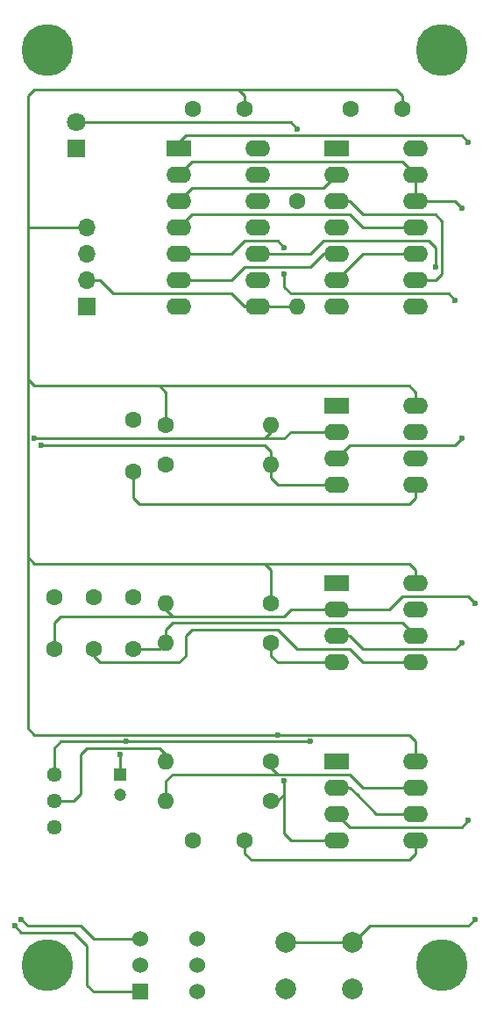
<source format=gtl>
%TF.GenerationSoftware,KiCad,Pcbnew,(5.1.8)-1*%
%TF.CreationDate,2021-11-30T19:51:55+01:00*%
%TF.ProjectId,BE6502 Clock,42453635-3032-4204-936c-6f636b2e6b69,rev?*%
%TF.SameCoordinates,Original*%
%TF.FileFunction,Copper,L1,Top*%
%TF.FilePolarity,Positive*%
%FSLAX46Y46*%
G04 Gerber Fmt 4.6, Leading zero omitted, Abs format (unit mm)*
G04 Created by KiCad (PCBNEW (5.1.8)-1) date 2021-11-30 19:51:55*
%MOMM*%
%LPD*%
G01*
G04 APERTURE LIST*
%TA.AperFunction,ComponentPad*%
%ADD10C,5.000000*%
%TD*%
%TA.AperFunction,ComponentPad*%
%ADD11C,1.600000*%
%TD*%
%TA.AperFunction,ComponentPad*%
%ADD12O,1.600000X1.600000*%
%TD*%
%TA.AperFunction,ComponentPad*%
%ADD13R,1.800000X1.800000*%
%TD*%
%TA.AperFunction,ComponentPad*%
%ADD14C,1.800000*%
%TD*%
%TA.AperFunction,ComponentPad*%
%ADD15C,1.440000*%
%TD*%
%TA.AperFunction,ComponentPad*%
%ADD16C,2.000000*%
%TD*%
%TA.AperFunction,ComponentPad*%
%ADD17R,2.400000X1.600000*%
%TD*%
%TA.AperFunction,ComponentPad*%
%ADD18O,2.400000X1.600000*%
%TD*%
%TA.AperFunction,ComponentPad*%
%ADD19R,1.200000X1.200000*%
%TD*%
%TA.AperFunction,ComponentPad*%
%ADD20C,1.200000*%
%TD*%
%TA.AperFunction,ComponentPad*%
%ADD21R,1.700000X1.700000*%
%TD*%
%TA.AperFunction,ComponentPad*%
%ADD22O,1.700000X1.700000*%
%TD*%
%TA.AperFunction,ComponentPad*%
%ADD23C,1.524000*%
%TD*%
%TA.AperFunction,ComponentPad*%
%ADD24R,1.524000X1.524000*%
%TD*%
%TA.AperFunction,ViaPad*%
%ADD25C,0.600000*%
%TD*%
%TA.AperFunction,Conductor*%
%ADD26C,0.250000*%
%TD*%
G04 APERTURE END LIST*
D10*
%TO.P,M1,1*%
%TO.N,N/C*%
X167005000Y-149225000D03*
%TD*%
%TO.P,M2,1*%
%TO.N,N/C*%
X128905000Y-149225000D03*
%TD*%
%TO.P,M3,1*%
%TO.N,N/C*%
X128905000Y-60960000D03*
%TD*%
%TO.P,M4,1*%
%TO.N,N/C*%
X167005000Y-60960000D03*
%TD*%
D11*
%TO.P,C1,1*%
%TO.N,Net-(C1-Pad1)*%
X137160000Y-101600000D03*
%TO.P,C1,2*%
%TO.N,GND*%
X137160000Y-96600000D03*
%TD*%
%TO.P,C2,1*%
%TO.N,Net-(C2-Pad1)*%
X133350000Y-118745000D03*
%TO.P,C2,2*%
%TO.N,GND*%
X133350000Y-113745000D03*
%TD*%
%TO.P,C3,1*%
%TO.N,Net-(C3-Pad1)*%
X137160000Y-118745000D03*
%TO.P,C3,2*%
%TO.N,GND*%
X137160000Y-113745000D03*
%TD*%
%TO.P,C4,1*%
%TO.N,VCC*%
X147955000Y-66675000D03*
%TO.P,C4,2*%
%TO.N,GND*%
X142955000Y-66675000D03*
%TD*%
%TO.P,C5,1*%
%TO.N,Net-(C5-Pad1)*%
X147955000Y-137160000D03*
%TO.P,C5,2*%
%TO.N,GND*%
X142955000Y-137160000D03*
%TD*%
%TO.P,R1,1*%
%TO.N,VCC*%
X150495000Y-133350000D03*
D12*
%TO.P,R1,2*%
%TO.N,Net-(R1-Pad2)*%
X140335000Y-133350000D03*
%TD*%
D11*
%TO.P,R2,1*%
%TO.N,Net-(R1-Pad2)*%
X150495000Y-129540000D03*
D12*
%TO.P,R2,2*%
%TO.N,Net-(R2-Pad2)*%
X140335000Y-129540000D03*
%TD*%
D11*
%TO.P,R3,1*%
%TO.N,VCC*%
X150495000Y-114300000D03*
D12*
%TO.P,R3,2*%
%TO.N,Net-(C8-Pad1)*%
X140335000Y-114300000D03*
%TD*%
D11*
%TO.P,R6,1*%
%TO.N,VCC*%
X140335000Y-100965000D03*
D12*
%TO.P,R6,2*%
%TO.N,Net-(R6-Pad2)*%
X150495000Y-100965000D03*
%TD*%
D11*
%TO.P,R7,1*%
%TO.N,Net-(D1-Pad2)*%
X153035000Y-75565000D03*
D12*
%TO.P,R7,2*%
%TO.N,CLOCK_OUT*%
X153035000Y-85725000D03*
%TD*%
D13*
%TO.P,D1,1*%
%TO.N,GND*%
X131699000Y-70485000D03*
D14*
%TO.P,D1,2*%
%TO.N,Net-(D1-Pad2)*%
X131699000Y-67945000D03*
%TD*%
D11*
%TO.P,R4,1*%
%TO.N,VCC*%
X150495000Y-118110000D03*
D12*
%TO.P,R4,2*%
%TO.N,Net-(C3-Pad1)*%
X140335000Y-118110000D03*
%TD*%
D11*
%TO.P,R5,1*%
%TO.N,VCC*%
X140335000Y-97155000D03*
D12*
%TO.P,R5,2*%
%TO.N,Net-(R5-Pad2)*%
X150495000Y-97155000D03*
%TD*%
D15*
%TO.P,RV1,1*%
%TO.N,Net-(C6-Pad1)*%
X129540000Y-130810000D03*
%TO.P,RV1,2*%
%TO.N,Net-(R2-Pad2)*%
X129540000Y-133350000D03*
%TO.P,RV1,3*%
%TO.N,N/C*%
X129540000Y-135890000D03*
%TD*%
D16*
%TO.P,SW1,2*%
%TO.N,Net-(C8-Pad1)*%
X158369000Y-147011000D03*
%TO.P,SW1,1*%
%TO.N,GND*%
X158369000Y-151511000D03*
%TO.P,SW1,2*%
%TO.N,Net-(C8-Pad1)*%
X151869000Y-147011000D03*
%TO.P,SW1,1*%
%TO.N,GND*%
X151869000Y-151511000D03*
%TD*%
D17*
%TO.P,U5,1*%
%TO.N,Net-(U1-Pad3)*%
X141605000Y-70485000D03*
D18*
%TO.P,U5,8*%
%TO.N,CLOCK_OUT*%
X149225000Y-85725000D03*
%TO.P,U5,2*%
%TO.N,Net-(U3-Pad3)*%
X141605000Y-73025000D03*
%TO.P,U5,9*%
%TO.N,VCC*%
X149225000Y-83185000D03*
%TO.P,U5,3*%
%TO.N,Net-(U4-Pad1)*%
X141605000Y-75565000D03*
%TO.P,U5,10*%
%TO.N,Net-(U4-Pad8)*%
X149225000Y-80645000D03*
%TO.P,U5,4*%
%TO.N,Net-(U4-Pad11)*%
X141605000Y-78105000D03*
%TO.P,U5,11*%
%TO.N,N/C*%
X149225000Y-78105000D03*
%TO.P,U5,5*%
%TO.N,Net-(U2-Pad3)*%
X141605000Y-80645000D03*
%TO.P,U5,12*%
%TO.N,GND*%
X149225000Y-75565000D03*
%TO.P,U5,6*%
%TO.N,Net-(U4-Pad4)*%
X141605000Y-83185000D03*
%TO.P,U5,13*%
%TO.N,GND*%
X149225000Y-73025000D03*
%TO.P,U5,7*%
X141605000Y-85725000D03*
%TO.P,U5,14*%
%TO.N,VCC*%
X149225000Y-70485000D03*
%TD*%
D19*
%TO.P,C6,1*%
%TO.N,Net-(C6-Pad1)*%
X135890000Y-130810000D03*
D20*
%TO.P,C6,2*%
%TO.N,GND*%
X135890000Y-132810000D03*
%TD*%
D11*
%TO.P,C7,1*%
%TO.N,VCC*%
X163195000Y-66675000D03*
%TO.P,C7,2*%
%TO.N,GND*%
X158195000Y-66675000D03*
%TD*%
D21*
%TO.P,J1,1*%
%TO.N,GND*%
X132715000Y-85725000D03*
D22*
%TO.P,J1,2*%
%TO.N,CLOCK_OUT*%
X132715000Y-83185000D03*
%TO.P,J1,3*%
%TO.N,N/C*%
X132715000Y-80645000D03*
%TO.P,J1,4*%
%TO.N,VCC*%
X132715000Y-78105000D03*
%TD*%
D17*
%TO.P,U1,1*%
%TO.N,GND*%
X156845000Y-129540000D03*
D18*
%TO.P,U1,5*%
%TO.N,Net-(C5-Pad1)*%
X164465000Y-137160000D03*
%TO.P,U1,2*%
%TO.N,Net-(C6-Pad1)*%
X156845000Y-132080000D03*
%TO.P,U1,6*%
X164465000Y-134620000D03*
%TO.P,U1,3*%
%TO.N,Net-(U1-Pad3)*%
X156845000Y-134620000D03*
%TO.P,U1,7*%
%TO.N,Net-(R1-Pad2)*%
X164465000Y-132080000D03*
%TO.P,U1,4*%
%TO.N,VCC*%
X156845000Y-137160000D03*
%TO.P,U1,8*%
X164465000Y-129540000D03*
%TD*%
D17*
%TO.P,U2,1*%
%TO.N,GND*%
X156845000Y-112395000D03*
D18*
%TO.P,U2,5*%
%TO.N,Net-(C2-Pad1)*%
X164465000Y-120015000D03*
%TO.P,U2,2*%
%TO.N,Net-(C8-Pad1)*%
X156845000Y-114935000D03*
%TO.P,U2,6*%
%TO.N,Net-(C3-Pad1)*%
X164465000Y-117475000D03*
%TO.P,U2,3*%
%TO.N,Net-(U2-Pad3)*%
X156845000Y-117475000D03*
%TO.P,U2,7*%
%TO.N,Net-(C3-Pad1)*%
X164465000Y-114935000D03*
%TO.P,U2,4*%
%TO.N,VCC*%
X156845000Y-120015000D03*
%TO.P,U2,8*%
X164465000Y-112395000D03*
%TD*%
D17*
%TO.P,U3,1*%
%TO.N,GND*%
X156845000Y-95250000D03*
D18*
%TO.P,U3,5*%
%TO.N,Net-(C1-Pad1)*%
X164465000Y-102870000D03*
%TO.P,U3,2*%
%TO.N,Net-(R5-Pad2)*%
X156845000Y-97790000D03*
%TO.P,U3,6*%
%TO.N,GND*%
X164465000Y-100330000D03*
%TO.P,U3,3*%
%TO.N,Net-(U3-Pad3)*%
X156845000Y-100330000D03*
%TO.P,U3,7*%
%TO.N,N/C*%
X164465000Y-97790000D03*
%TO.P,U3,4*%
%TO.N,Net-(R6-Pad2)*%
X156845000Y-102870000D03*
%TO.P,U3,8*%
%TO.N,VCC*%
X164465000Y-95250000D03*
%TD*%
D17*
%TO.P,U4,1*%
%TO.N,Net-(U4-Pad1)*%
X156845000Y-70485000D03*
D18*
%TO.P,U4,8*%
%TO.N,Net-(U4-Pad8)*%
X164465000Y-85725000D03*
%TO.P,U4,2*%
%TO.N,Net-(U4-Pad1)*%
X156845000Y-73025000D03*
%TO.P,U4,9*%
%TO.N,Net-(U4-Pad3)*%
X164465000Y-83185000D03*
%TO.P,U4,3*%
X156845000Y-75565000D03*
%TO.P,U4,10*%
%TO.N,Net-(U4-Pad10)*%
X164465000Y-80645000D03*
%TO.P,U4,4*%
%TO.N,Net-(U4-Pad4)*%
X156845000Y-78105000D03*
%TO.P,U4,11*%
%TO.N,Net-(U4-Pad11)*%
X164465000Y-78105000D03*
%TO.P,U4,5*%
%TO.N,Net-(U4-Pad4)*%
X156845000Y-80645000D03*
%TO.P,U4,12*%
%TO.N,Net-(U3-Pad3)*%
X164465000Y-75565000D03*
%TO.P,U4,6*%
%TO.N,Net-(U4-Pad10)*%
X156845000Y-83185000D03*
%TO.P,U4,13*%
%TO.N,Net-(U3-Pad3)*%
X164465000Y-73025000D03*
%TO.P,U4,7*%
%TO.N,GND*%
X156845000Y-85725000D03*
%TO.P,U4,14*%
%TO.N,VCC*%
X164465000Y-70485000D03*
%TD*%
D23*
%TO.P,SW2,3*%
%TO.N,Net-(R6-Pad2)*%
X137864000Y-146685000D03*
%TO.P,SW2,2*%
%TO.N,GND*%
X137864000Y-149225000D03*
D24*
%TO.P,SW2,1*%
%TO.N,Net-(R5-Pad2)*%
X137864000Y-151765000D03*
D23*
%TO.P,SW2,4*%
%TO.N,N/C*%
X143314000Y-151765000D03*
%TO.P,SW2,5*%
X143314000Y-149225000D03*
%TO.P,SW2,6*%
X143314000Y-146685000D03*
%TD*%
D11*
%TO.P,C8,1*%
%TO.N,Net-(C8-Pad1)*%
X129540000Y-118745000D03*
%TO.P,C8,2*%
%TO.N,GND*%
X129540000Y-113745000D03*
%TD*%
D25*
%TO.N,VCC*%
X151130000Y-127000000D03*
X151765000Y-131445000D03*
%TO.N,Net-(D1-Pad2)*%
X153035000Y-68580000D03*
%TO.N,Net-(C6-Pad1)*%
X154305000Y-127635000D03*
X136525000Y-127635000D03*
X135890000Y-128905000D03*
%TO.N,Net-(R5-Pad2)*%
X125730000Y-145415000D03*
X127635000Y-98425000D03*
%TO.N,Net-(R6-Pad2)*%
X126365000Y-144780000D03*
X128270000Y-99060000D03*
%TO.N,Net-(U1-Pad3)*%
X169545000Y-69850000D03*
X169545000Y-135255000D03*
%TO.N,Net-(U2-Pad3)*%
X151765000Y-82550000D03*
X168910000Y-118110000D03*
X151765000Y-80010000D03*
X168275000Y-85090000D03*
%TO.N,Net-(U3-Pad3)*%
X168910000Y-76200000D03*
X168910000Y-98425000D03*
%TO.N,Net-(U4-Pad8)*%
X166370000Y-81915000D03*
%TO.N,Net-(C8-Pad1)*%
X170180000Y-144780000D03*
X170180000Y-114300000D03*
%TD*%
D26*
%TO.N,VCC*%
X132715000Y-78105000D02*
X129540000Y-78105000D01*
X129540000Y-78105000D02*
X127000000Y-78105000D01*
X151765000Y-132715000D02*
X151765000Y-136525000D01*
X151765000Y-136525000D02*
X152400000Y-137160000D01*
X150495000Y-118110000D02*
X150495000Y-119380000D01*
X151130000Y-120015000D02*
X156845000Y-120015000D01*
X150495000Y-119380000D02*
X151130000Y-120015000D01*
X150495000Y-114300000D02*
X150495000Y-111125000D01*
X150495000Y-111125000D02*
X149860000Y-110490000D01*
X150495000Y-133350000D02*
X151130000Y-133350000D01*
X151130000Y-133350000D02*
X151765000Y-132715000D01*
X151765000Y-132715000D02*
X151765000Y-131445000D01*
X152400000Y-137160000D02*
X156845000Y-137160000D01*
X127000000Y-126365000D02*
X127635000Y-127000000D01*
X164465000Y-127635000D02*
X164465000Y-128270000D01*
X163830000Y-127000000D02*
X164465000Y-127635000D01*
X127635000Y-127000000D02*
X151130000Y-127000000D01*
X151130000Y-127000000D02*
X163830000Y-127000000D01*
X147955000Y-66675000D02*
X147955000Y-65405000D01*
X147955000Y-65405000D02*
X147320000Y-64770000D01*
X139065000Y-64770000D02*
X147320000Y-64770000D01*
X127000000Y-78105000D02*
X127000000Y-65405000D01*
X127635000Y-64770000D02*
X139065000Y-64770000D01*
X127000000Y-65405000D02*
X127635000Y-64770000D01*
X147320000Y-64770000D02*
X162560000Y-64770000D01*
X162560000Y-64770000D02*
X163195000Y-65405000D01*
X163195000Y-65405000D02*
X163195000Y-66675000D01*
X127000000Y-78105000D02*
X127000000Y-80645000D01*
X164465000Y-129540000D02*
X164465000Y-128270000D01*
X127000000Y-126365000D02*
X127000000Y-109855000D01*
X127635000Y-110490000D02*
X127000000Y-109855000D01*
X149860000Y-110490000D02*
X127635000Y-110490000D01*
X164465000Y-111125000D02*
X163830000Y-110490000D01*
X164465000Y-112395000D02*
X164465000Y-111125000D01*
X163830000Y-110490000D02*
X149860000Y-110490000D01*
X127000000Y-109855000D02*
X127000000Y-92710000D01*
X140335000Y-97155000D02*
X140335000Y-93980000D01*
X140335000Y-93980000D02*
X139700000Y-93345000D01*
X149860000Y-93345000D02*
X139700000Y-93345000D01*
X164465000Y-95250000D02*
X164465000Y-93980000D01*
X163830000Y-93345000D02*
X149860000Y-93345000D01*
X164465000Y-93980000D02*
X163830000Y-93345000D01*
X139700000Y-93345000D02*
X127635000Y-93345000D01*
X127000000Y-80645000D02*
X127000000Y-92710000D01*
X127635000Y-93345000D02*
X127000000Y-92710000D01*
%TO.N,Net-(D1-Pad2)*%
X131699000Y-67945000D02*
X152400000Y-67945000D01*
X152400000Y-67945000D02*
X153035000Y-68580000D01*
%TO.N,Net-(C1-Pad1)*%
X137160000Y-101600000D02*
X137160000Y-103505000D01*
X164465000Y-104140000D02*
X164465000Y-102870000D01*
X163830000Y-104775000D02*
X164465000Y-104140000D01*
X137795000Y-104775000D02*
X163830000Y-104775000D01*
X137160000Y-104140000D02*
X137795000Y-104775000D01*
X137160000Y-103505000D02*
X137160000Y-104140000D01*
%TO.N,Net-(C2-Pad1)*%
X164465000Y-120015000D02*
X159385000Y-120015000D01*
X159385000Y-120015000D02*
X158115000Y-118745000D01*
X133350000Y-118745000D02*
X133350000Y-119380000D01*
X133350000Y-119380000D02*
X133985000Y-120015000D01*
X153035000Y-118745000D02*
X158115000Y-118745000D01*
X151130000Y-116840000D02*
X153035000Y-118745000D01*
X142875000Y-116840000D02*
X151130000Y-116840000D01*
X142240000Y-117475000D02*
X142875000Y-116840000D01*
X142240000Y-119380000D02*
X142240000Y-117475000D01*
X141605000Y-120015000D02*
X142240000Y-119380000D01*
X133985000Y-120015000D02*
X141605000Y-120015000D01*
%TO.N,Net-(C3-Pad1)*%
X158115000Y-116205000D02*
X163195000Y-116205000D01*
X163195000Y-116205000D02*
X164465000Y-117475000D01*
X140335000Y-116840000D02*
X140335000Y-118110000D01*
X140970000Y-116205000D02*
X140335000Y-116840000D01*
X158115000Y-116205000D02*
X140970000Y-116205000D01*
X137160000Y-118745000D02*
X139700000Y-118745000D01*
X139700000Y-118745000D02*
X140335000Y-118110000D01*
%TO.N,Net-(C5-Pad1)*%
X164465000Y-137160000D02*
X164465000Y-138430000D01*
X147955000Y-138430000D02*
X147955000Y-137160000D01*
X148590000Y-139065000D02*
X147955000Y-138430000D01*
X163830000Y-139065000D02*
X148590000Y-139065000D01*
X164465000Y-138430000D02*
X163830000Y-139065000D01*
%TO.N,Net-(C6-Pad1)*%
X164465000Y-134620000D02*
X160655000Y-134620000D01*
X160655000Y-134620000D02*
X158750000Y-132715000D01*
X158115000Y-132080000D02*
X156845000Y-132080000D01*
X158750000Y-132715000D02*
X158115000Y-132080000D01*
X135890000Y-130810000D02*
X135890000Y-128905000D01*
X129540000Y-130810000D02*
X129540000Y-128270000D01*
X136525000Y-127635000D02*
X154305000Y-127635000D01*
X130175000Y-127635000D02*
X136525000Y-127635000D01*
X129540000Y-128270000D02*
X130175000Y-127635000D01*
%TO.N,CLOCK_OUT*%
X132715000Y-83185000D02*
X133985000Y-83185000D01*
X142875000Y-84455000D02*
X135255000Y-84455000D01*
X135255000Y-84455000D02*
X133985000Y-83185000D01*
X147955000Y-85725000D02*
X149225000Y-85725000D01*
X146685000Y-84455000D02*
X147955000Y-85725000D01*
X142875000Y-84455000D02*
X146685000Y-84455000D01*
X153035000Y-85725000D02*
X149225000Y-85725000D01*
%TO.N,Net-(R1-Pad2)*%
X140970000Y-130810000D02*
X140335000Y-131445000D01*
X150495000Y-129540000D02*
X150495000Y-130175000D01*
X150495000Y-130175000D02*
X151130000Y-130810000D01*
X160020000Y-132080000D02*
X159385000Y-132080000D01*
X159385000Y-132080000D02*
X158115000Y-130810000D01*
X160020000Y-132080000D02*
X164465000Y-132080000D01*
X158115000Y-130810000D02*
X154940000Y-130810000D01*
X163830000Y-131445000D02*
X164465000Y-132080000D01*
X140335000Y-133350000D02*
X140335000Y-131445000D01*
X140970000Y-130810000D02*
X151130000Y-130810000D01*
X151130000Y-130810000D02*
X152400000Y-130810000D01*
X152400000Y-130810000D02*
X154940000Y-130810000D01*
%TO.N,Net-(R5-Pad2)*%
X156845000Y-97790000D02*
X152400000Y-97790000D01*
X152400000Y-97790000D02*
X151765000Y-98425000D01*
X135255000Y-98425000D02*
X127635000Y-98425000D01*
X132715000Y-147320000D02*
X131445000Y-146050000D01*
X131445000Y-146050000D02*
X127000000Y-146050000D01*
X133350000Y-151765000D02*
X132715000Y-151130000D01*
X132715000Y-151130000D02*
X132715000Y-147320000D01*
X137864000Y-151765000D02*
X133350000Y-151765000D01*
X126365000Y-146050000D02*
X125730000Y-145415000D01*
X127000000Y-146050000D02*
X126365000Y-146050000D01*
X135255000Y-98425000D02*
X149860000Y-98425000D01*
X149860000Y-98425000D02*
X151765000Y-98425000D01*
X156210000Y-98425000D02*
X156845000Y-97790000D01*
X150495000Y-97155000D02*
X150495000Y-97790000D01*
X150495000Y-97790000D02*
X149860000Y-98425000D01*
%TO.N,Net-(R6-Pad2)*%
X127635000Y-145415000D02*
X127000000Y-145415000D01*
X132080000Y-145415000D02*
X127635000Y-145415000D01*
X137864000Y-146685000D02*
X134620000Y-146685000D01*
X133350000Y-146685000D02*
X132080000Y-145415000D01*
X134620000Y-146685000D02*
X133350000Y-146685000D01*
X127000000Y-145415000D02*
X126365000Y-144780000D01*
X150495000Y-99695000D02*
X150495000Y-100965000D01*
X149860000Y-99060000D02*
X150495000Y-99695000D01*
X128270000Y-99060000D02*
X149860000Y-99060000D01*
X156845000Y-102870000D02*
X151130000Y-102870000D01*
X150495000Y-102235000D02*
X150495000Y-100965000D01*
X151130000Y-102870000D02*
X150495000Y-102235000D01*
%TO.N,Net-(U1-Pad3)*%
X141605000Y-70485000D02*
X141605000Y-69850000D01*
X141605000Y-69850000D02*
X142240000Y-69215000D01*
X142240000Y-69215000D02*
X168910000Y-69215000D01*
X168910000Y-69215000D02*
X169545000Y-69850000D01*
X167005000Y-135890000D02*
X168910000Y-135890000D01*
X158115000Y-135890000D02*
X167005000Y-135890000D01*
X156845000Y-134620000D02*
X158115000Y-135890000D01*
X168910000Y-135890000D02*
X169545000Y-135255000D01*
%TO.N,Net-(U2-Pad3)*%
X154305000Y-84455000D02*
X152400000Y-84455000D01*
X151765000Y-83820000D02*
X151765000Y-82550000D01*
X152400000Y-84455000D02*
X151765000Y-83820000D01*
X161925000Y-84455000D02*
X167640000Y-84455000D01*
X158115000Y-117475000D02*
X159385000Y-118745000D01*
X159385000Y-118745000D02*
X168275000Y-118745000D01*
X168275000Y-118745000D02*
X168910000Y-118110000D01*
X156845000Y-117475000D02*
X158115000Y-117475000D01*
X146685000Y-80645000D02*
X147955000Y-79375000D01*
X146685000Y-80645000D02*
X141605000Y-80645000D01*
X151130000Y-79375000D02*
X151765000Y-80010000D01*
X147955000Y-79375000D02*
X151130000Y-79375000D01*
X154305000Y-84455000D02*
X161925000Y-84455000D01*
X167640000Y-84455000D02*
X168275000Y-85090000D01*
%TO.N,Net-(U3-Pad3)*%
X168275000Y-75565000D02*
X164465000Y-75565000D01*
X168910000Y-76200000D02*
X168275000Y-75565000D01*
X156845000Y-100330000D02*
X158115000Y-99060000D01*
X168275000Y-99060000D02*
X168910000Y-98425000D01*
X158115000Y-99060000D02*
X168275000Y-99060000D01*
X151765000Y-71755000D02*
X163195000Y-71755000D01*
X142875000Y-71755000D02*
X151765000Y-71755000D01*
X141605000Y-73025000D02*
X142875000Y-71755000D01*
X163195000Y-71755000D02*
X164465000Y-73025000D01*
X164465000Y-75565000D02*
X164465000Y-73025000D01*
%TO.N,Net-(U4-Pad1)*%
X151765000Y-74295000D02*
X155575000Y-74295000D01*
X142875000Y-74295000D02*
X151765000Y-74295000D01*
X141605000Y-75565000D02*
X142875000Y-74295000D01*
X155575000Y-74295000D02*
X156845000Y-73025000D01*
%TO.N,Net-(U4-Pad8)*%
X158115000Y-79375000D02*
X165735000Y-79375000D01*
X166370000Y-80010000D02*
X166370000Y-81915000D01*
X165735000Y-79375000D02*
X166370000Y-80010000D01*
X149225000Y-80645000D02*
X154305000Y-80645000D01*
X154305000Y-80645000D02*
X155575000Y-79375000D01*
X158115000Y-79375000D02*
X155575000Y-79375000D01*
X149860000Y-80645000D02*
X149225000Y-80645000D01*
%TO.N,Net-(U4-Pad3)*%
X165735000Y-76835000D02*
X166370000Y-76835000D01*
X166370000Y-83185000D02*
X165735000Y-83185000D01*
X167005000Y-82550000D02*
X166370000Y-83185000D01*
X167005000Y-77470000D02*
X167005000Y-82550000D01*
X166370000Y-76835000D02*
X167005000Y-77470000D01*
X156845000Y-75565000D02*
X158115000Y-75565000D01*
X165735000Y-83185000D02*
X164465000Y-83185000D01*
X159385000Y-76835000D02*
X165735000Y-76835000D01*
X158115000Y-75565000D02*
X159385000Y-76835000D01*
%TO.N,Net-(U4-Pad10)*%
X160020000Y-80645000D02*
X159385000Y-80645000D01*
X159385000Y-80645000D02*
X156845000Y-83185000D01*
X164465000Y-80645000D02*
X160020000Y-80645000D01*
X164465000Y-80645000D02*
X163830000Y-80645000D01*
%TO.N,Net-(U4-Pad4)*%
X141605000Y-83185000D02*
X146685000Y-83185000D01*
X146685000Y-83185000D02*
X147955000Y-81915000D01*
X156845000Y-80645000D02*
X155575000Y-80645000D01*
X155575000Y-80645000D02*
X154305000Y-81915000D01*
X147955000Y-81915000D02*
X154305000Y-81915000D01*
%TO.N,Net-(U4-Pad11)*%
X160020000Y-78105000D02*
X159385000Y-78105000D01*
X159385000Y-78105000D02*
X158115000Y-76835000D01*
X164465000Y-78105000D02*
X160020000Y-78105000D01*
X141605000Y-78105000D02*
X142875000Y-76835000D01*
X142875000Y-76835000D02*
X158115000Y-76835000D01*
%TO.N,Net-(R2-Pad2)*%
X138430000Y-128270000D02*
X139700000Y-128270000D01*
X131445000Y-133350000D02*
X132080000Y-132715000D01*
X129540000Y-133350000D02*
X131445000Y-133350000D01*
X132080000Y-132715000D02*
X132080000Y-128905000D01*
X132080000Y-128905000D02*
X132715000Y-128270000D01*
X132715000Y-128270000D02*
X138430000Y-128270000D01*
X139700000Y-128270000D02*
X140335000Y-128905000D01*
X140335000Y-128905000D02*
X140335000Y-129540000D01*
%TO.N,Net-(C8-Pad1)*%
X129540000Y-118745000D02*
X129540000Y-116205000D01*
X130175000Y-115570000D02*
X140970000Y-115570000D01*
X129540000Y-116205000D02*
X130175000Y-115570000D01*
X156845000Y-114935000D02*
X161925000Y-114935000D01*
X161925000Y-114935000D02*
X163195000Y-113665000D01*
X168275000Y-145415000D02*
X169545000Y-145415000D01*
X168275000Y-113665000D02*
X163195000Y-113665000D01*
X158424000Y-147011000D02*
X160020000Y-145415000D01*
X160020000Y-145415000D02*
X168275000Y-145415000D01*
X169545000Y-145415000D02*
X170180000Y-144780000D01*
X170180000Y-114300000D02*
X169545000Y-113665000D01*
X169545000Y-113665000D02*
X168275000Y-113665000D01*
X156845000Y-114935000D02*
X152400000Y-114935000D01*
X140970000Y-115570000D02*
X140335000Y-114935000D01*
X151765000Y-115570000D02*
X140970000Y-115570000D01*
X152400000Y-114935000D02*
X151765000Y-115570000D01*
X140335000Y-114935000D02*
X140335000Y-114300000D01*
X158369000Y-147011000D02*
X158424000Y-147011000D01*
X151869000Y-147011000D02*
X158369000Y-147011000D01*
%TD*%
M02*

</source>
